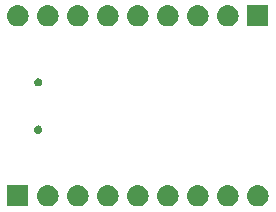
<source format=gbr>
G04 #@! TF.GenerationSoftware,KiCad,Pcbnew,(5.0.2)-1*
G04 #@! TF.CreationDate,2019-10-04T12:42:43+03:00*
G04 #@! TF.ProjectId,Micro-USB-UART,4d696372-6f2d-4555-9342-2d554152542e,rev?*
G04 #@! TF.SameCoordinates,Original*
G04 #@! TF.FileFunction,Soldermask,Bot*
G04 #@! TF.FilePolarity,Negative*
%FSLAX46Y46*%
G04 Gerber Fmt 4.6, Leading zero omitted, Abs format (unit mm)*
G04 Created by KiCad (PCBNEW (5.0.2)-1) date 04.10.2019 12:42:43*
%MOMM*%
%LPD*%
G01*
G04 APERTURE LIST*
%ADD10C,0.100000*%
G04 APERTURE END LIST*
D10*
G36*
X76339000Y-122655900D02*
X74537000Y-122655900D01*
X74537000Y-120853900D01*
X76339000Y-120853900D01*
X76339000Y-122655900D01*
X76339000Y-122655900D01*
G37*
G36*
X78088442Y-120860418D02*
X78154627Y-120866937D01*
X78267853Y-120901284D01*
X78324467Y-120918457D01*
X78463087Y-120992552D01*
X78480991Y-121002122D01*
X78516729Y-121031452D01*
X78618186Y-121114714D01*
X78701448Y-121216171D01*
X78730778Y-121251909D01*
X78730779Y-121251911D01*
X78814443Y-121408433D01*
X78814443Y-121408434D01*
X78865963Y-121578273D01*
X78883359Y-121754900D01*
X78865963Y-121931527D01*
X78831616Y-122044753D01*
X78814443Y-122101367D01*
X78740348Y-122239987D01*
X78730778Y-122257891D01*
X78701448Y-122293629D01*
X78618186Y-122395086D01*
X78516729Y-122478348D01*
X78480991Y-122507678D01*
X78480989Y-122507679D01*
X78324467Y-122591343D01*
X78267853Y-122608516D01*
X78154627Y-122642863D01*
X78088442Y-122649382D01*
X78022260Y-122655900D01*
X77933740Y-122655900D01*
X77867558Y-122649382D01*
X77801373Y-122642863D01*
X77688147Y-122608516D01*
X77631533Y-122591343D01*
X77475011Y-122507679D01*
X77475009Y-122507678D01*
X77439271Y-122478348D01*
X77337814Y-122395086D01*
X77254552Y-122293629D01*
X77225222Y-122257891D01*
X77215652Y-122239987D01*
X77141557Y-122101367D01*
X77124384Y-122044753D01*
X77090037Y-121931527D01*
X77072641Y-121754900D01*
X77090037Y-121578273D01*
X77141557Y-121408434D01*
X77141557Y-121408433D01*
X77225221Y-121251911D01*
X77225222Y-121251909D01*
X77254552Y-121216171D01*
X77337814Y-121114714D01*
X77439271Y-121031452D01*
X77475009Y-121002122D01*
X77492913Y-120992552D01*
X77631533Y-120918457D01*
X77688147Y-120901284D01*
X77801373Y-120866937D01*
X77867558Y-120860418D01*
X77933740Y-120853900D01*
X78022260Y-120853900D01*
X78088442Y-120860418D01*
X78088442Y-120860418D01*
G37*
G36*
X80628442Y-120860418D02*
X80694627Y-120866937D01*
X80807853Y-120901284D01*
X80864467Y-120918457D01*
X81003087Y-120992552D01*
X81020991Y-121002122D01*
X81056729Y-121031452D01*
X81158186Y-121114714D01*
X81241448Y-121216171D01*
X81270778Y-121251909D01*
X81270779Y-121251911D01*
X81354443Y-121408433D01*
X81354443Y-121408434D01*
X81405963Y-121578273D01*
X81423359Y-121754900D01*
X81405963Y-121931527D01*
X81371616Y-122044753D01*
X81354443Y-122101367D01*
X81280348Y-122239987D01*
X81270778Y-122257891D01*
X81241448Y-122293629D01*
X81158186Y-122395086D01*
X81056729Y-122478348D01*
X81020991Y-122507678D01*
X81020989Y-122507679D01*
X80864467Y-122591343D01*
X80807853Y-122608516D01*
X80694627Y-122642863D01*
X80628442Y-122649382D01*
X80562260Y-122655900D01*
X80473740Y-122655900D01*
X80407558Y-122649382D01*
X80341373Y-122642863D01*
X80228147Y-122608516D01*
X80171533Y-122591343D01*
X80015011Y-122507679D01*
X80015009Y-122507678D01*
X79979271Y-122478348D01*
X79877814Y-122395086D01*
X79794552Y-122293629D01*
X79765222Y-122257891D01*
X79755652Y-122239987D01*
X79681557Y-122101367D01*
X79664384Y-122044753D01*
X79630037Y-121931527D01*
X79612641Y-121754900D01*
X79630037Y-121578273D01*
X79681557Y-121408434D01*
X79681557Y-121408433D01*
X79765221Y-121251911D01*
X79765222Y-121251909D01*
X79794552Y-121216171D01*
X79877814Y-121114714D01*
X79979271Y-121031452D01*
X80015009Y-121002122D01*
X80032913Y-120992552D01*
X80171533Y-120918457D01*
X80228147Y-120901284D01*
X80341373Y-120866937D01*
X80407558Y-120860418D01*
X80473740Y-120853900D01*
X80562260Y-120853900D01*
X80628442Y-120860418D01*
X80628442Y-120860418D01*
G37*
G36*
X83168442Y-120860418D02*
X83234627Y-120866937D01*
X83347853Y-120901284D01*
X83404467Y-120918457D01*
X83543087Y-120992552D01*
X83560991Y-121002122D01*
X83596729Y-121031452D01*
X83698186Y-121114714D01*
X83781448Y-121216171D01*
X83810778Y-121251909D01*
X83810779Y-121251911D01*
X83894443Y-121408433D01*
X83894443Y-121408434D01*
X83945963Y-121578273D01*
X83963359Y-121754900D01*
X83945963Y-121931527D01*
X83911616Y-122044753D01*
X83894443Y-122101367D01*
X83820348Y-122239987D01*
X83810778Y-122257891D01*
X83781448Y-122293629D01*
X83698186Y-122395086D01*
X83596729Y-122478348D01*
X83560991Y-122507678D01*
X83560989Y-122507679D01*
X83404467Y-122591343D01*
X83347853Y-122608516D01*
X83234627Y-122642863D01*
X83168442Y-122649382D01*
X83102260Y-122655900D01*
X83013740Y-122655900D01*
X82947558Y-122649382D01*
X82881373Y-122642863D01*
X82768147Y-122608516D01*
X82711533Y-122591343D01*
X82555011Y-122507679D01*
X82555009Y-122507678D01*
X82519271Y-122478348D01*
X82417814Y-122395086D01*
X82334552Y-122293629D01*
X82305222Y-122257891D01*
X82295652Y-122239987D01*
X82221557Y-122101367D01*
X82204384Y-122044753D01*
X82170037Y-121931527D01*
X82152641Y-121754900D01*
X82170037Y-121578273D01*
X82221557Y-121408434D01*
X82221557Y-121408433D01*
X82305221Y-121251911D01*
X82305222Y-121251909D01*
X82334552Y-121216171D01*
X82417814Y-121114714D01*
X82519271Y-121031452D01*
X82555009Y-121002122D01*
X82572913Y-120992552D01*
X82711533Y-120918457D01*
X82768147Y-120901284D01*
X82881373Y-120866937D01*
X82947558Y-120860418D01*
X83013740Y-120853900D01*
X83102260Y-120853900D01*
X83168442Y-120860418D01*
X83168442Y-120860418D01*
G37*
G36*
X85708442Y-120860418D02*
X85774627Y-120866937D01*
X85887853Y-120901284D01*
X85944467Y-120918457D01*
X86083087Y-120992552D01*
X86100991Y-121002122D01*
X86136729Y-121031452D01*
X86238186Y-121114714D01*
X86321448Y-121216171D01*
X86350778Y-121251909D01*
X86350779Y-121251911D01*
X86434443Y-121408433D01*
X86434443Y-121408434D01*
X86485963Y-121578273D01*
X86503359Y-121754900D01*
X86485963Y-121931527D01*
X86451616Y-122044753D01*
X86434443Y-122101367D01*
X86360348Y-122239987D01*
X86350778Y-122257891D01*
X86321448Y-122293629D01*
X86238186Y-122395086D01*
X86136729Y-122478348D01*
X86100991Y-122507678D01*
X86100989Y-122507679D01*
X85944467Y-122591343D01*
X85887853Y-122608516D01*
X85774627Y-122642863D01*
X85708442Y-122649382D01*
X85642260Y-122655900D01*
X85553740Y-122655900D01*
X85487558Y-122649382D01*
X85421373Y-122642863D01*
X85308147Y-122608516D01*
X85251533Y-122591343D01*
X85095011Y-122507679D01*
X85095009Y-122507678D01*
X85059271Y-122478348D01*
X84957814Y-122395086D01*
X84874552Y-122293629D01*
X84845222Y-122257891D01*
X84835652Y-122239987D01*
X84761557Y-122101367D01*
X84744384Y-122044753D01*
X84710037Y-121931527D01*
X84692641Y-121754900D01*
X84710037Y-121578273D01*
X84761557Y-121408434D01*
X84761557Y-121408433D01*
X84845221Y-121251911D01*
X84845222Y-121251909D01*
X84874552Y-121216171D01*
X84957814Y-121114714D01*
X85059271Y-121031452D01*
X85095009Y-121002122D01*
X85112913Y-120992552D01*
X85251533Y-120918457D01*
X85308147Y-120901284D01*
X85421373Y-120866937D01*
X85487558Y-120860418D01*
X85553740Y-120853900D01*
X85642260Y-120853900D01*
X85708442Y-120860418D01*
X85708442Y-120860418D01*
G37*
G36*
X88248442Y-120860418D02*
X88314627Y-120866937D01*
X88427853Y-120901284D01*
X88484467Y-120918457D01*
X88623087Y-120992552D01*
X88640991Y-121002122D01*
X88676729Y-121031452D01*
X88778186Y-121114714D01*
X88861448Y-121216171D01*
X88890778Y-121251909D01*
X88890779Y-121251911D01*
X88974443Y-121408433D01*
X88974443Y-121408434D01*
X89025963Y-121578273D01*
X89043359Y-121754900D01*
X89025963Y-121931527D01*
X88991616Y-122044753D01*
X88974443Y-122101367D01*
X88900348Y-122239987D01*
X88890778Y-122257891D01*
X88861448Y-122293629D01*
X88778186Y-122395086D01*
X88676729Y-122478348D01*
X88640991Y-122507678D01*
X88640989Y-122507679D01*
X88484467Y-122591343D01*
X88427853Y-122608516D01*
X88314627Y-122642863D01*
X88248442Y-122649382D01*
X88182260Y-122655900D01*
X88093740Y-122655900D01*
X88027558Y-122649382D01*
X87961373Y-122642863D01*
X87848147Y-122608516D01*
X87791533Y-122591343D01*
X87635011Y-122507679D01*
X87635009Y-122507678D01*
X87599271Y-122478348D01*
X87497814Y-122395086D01*
X87414552Y-122293629D01*
X87385222Y-122257891D01*
X87375652Y-122239987D01*
X87301557Y-122101367D01*
X87284384Y-122044753D01*
X87250037Y-121931527D01*
X87232641Y-121754900D01*
X87250037Y-121578273D01*
X87301557Y-121408434D01*
X87301557Y-121408433D01*
X87385221Y-121251911D01*
X87385222Y-121251909D01*
X87414552Y-121216171D01*
X87497814Y-121114714D01*
X87599271Y-121031452D01*
X87635009Y-121002122D01*
X87652913Y-120992552D01*
X87791533Y-120918457D01*
X87848147Y-120901284D01*
X87961373Y-120866937D01*
X88027558Y-120860418D01*
X88093740Y-120853900D01*
X88182260Y-120853900D01*
X88248442Y-120860418D01*
X88248442Y-120860418D01*
G37*
G36*
X90788442Y-120860418D02*
X90854627Y-120866937D01*
X90967853Y-120901284D01*
X91024467Y-120918457D01*
X91163087Y-120992552D01*
X91180991Y-121002122D01*
X91216729Y-121031452D01*
X91318186Y-121114714D01*
X91401448Y-121216171D01*
X91430778Y-121251909D01*
X91430779Y-121251911D01*
X91514443Y-121408433D01*
X91514443Y-121408434D01*
X91565963Y-121578273D01*
X91583359Y-121754900D01*
X91565963Y-121931527D01*
X91531616Y-122044753D01*
X91514443Y-122101367D01*
X91440348Y-122239987D01*
X91430778Y-122257891D01*
X91401448Y-122293629D01*
X91318186Y-122395086D01*
X91216729Y-122478348D01*
X91180991Y-122507678D01*
X91180989Y-122507679D01*
X91024467Y-122591343D01*
X90967853Y-122608516D01*
X90854627Y-122642863D01*
X90788442Y-122649382D01*
X90722260Y-122655900D01*
X90633740Y-122655900D01*
X90567558Y-122649382D01*
X90501373Y-122642863D01*
X90388147Y-122608516D01*
X90331533Y-122591343D01*
X90175011Y-122507679D01*
X90175009Y-122507678D01*
X90139271Y-122478348D01*
X90037814Y-122395086D01*
X89954552Y-122293629D01*
X89925222Y-122257891D01*
X89915652Y-122239987D01*
X89841557Y-122101367D01*
X89824384Y-122044753D01*
X89790037Y-121931527D01*
X89772641Y-121754900D01*
X89790037Y-121578273D01*
X89841557Y-121408434D01*
X89841557Y-121408433D01*
X89925221Y-121251911D01*
X89925222Y-121251909D01*
X89954552Y-121216171D01*
X90037814Y-121114714D01*
X90139271Y-121031452D01*
X90175009Y-121002122D01*
X90192913Y-120992552D01*
X90331533Y-120918457D01*
X90388147Y-120901284D01*
X90501373Y-120866937D01*
X90567558Y-120860418D01*
X90633740Y-120853900D01*
X90722260Y-120853900D01*
X90788442Y-120860418D01*
X90788442Y-120860418D01*
G37*
G36*
X95868442Y-120860418D02*
X95934627Y-120866937D01*
X96047853Y-120901284D01*
X96104467Y-120918457D01*
X96243087Y-120992552D01*
X96260991Y-121002122D01*
X96296729Y-121031452D01*
X96398186Y-121114714D01*
X96481448Y-121216171D01*
X96510778Y-121251909D01*
X96510779Y-121251911D01*
X96594443Y-121408433D01*
X96594443Y-121408434D01*
X96645963Y-121578273D01*
X96663359Y-121754900D01*
X96645963Y-121931527D01*
X96611616Y-122044753D01*
X96594443Y-122101367D01*
X96520348Y-122239987D01*
X96510778Y-122257891D01*
X96481448Y-122293629D01*
X96398186Y-122395086D01*
X96296729Y-122478348D01*
X96260991Y-122507678D01*
X96260989Y-122507679D01*
X96104467Y-122591343D01*
X96047853Y-122608516D01*
X95934627Y-122642863D01*
X95868442Y-122649382D01*
X95802260Y-122655900D01*
X95713740Y-122655900D01*
X95647558Y-122649382D01*
X95581373Y-122642863D01*
X95468147Y-122608516D01*
X95411533Y-122591343D01*
X95255011Y-122507679D01*
X95255009Y-122507678D01*
X95219271Y-122478348D01*
X95117814Y-122395086D01*
X95034552Y-122293629D01*
X95005222Y-122257891D01*
X94995652Y-122239987D01*
X94921557Y-122101367D01*
X94904384Y-122044753D01*
X94870037Y-121931527D01*
X94852641Y-121754900D01*
X94870037Y-121578273D01*
X94921557Y-121408434D01*
X94921557Y-121408433D01*
X95005221Y-121251911D01*
X95005222Y-121251909D01*
X95034552Y-121216171D01*
X95117814Y-121114714D01*
X95219271Y-121031452D01*
X95255009Y-121002122D01*
X95272913Y-120992552D01*
X95411533Y-120918457D01*
X95468147Y-120901284D01*
X95581373Y-120866937D01*
X95647558Y-120860418D01*
X95713740Y-120853900D01*
X95802260Y-120853900D01*
X95868442Y-120860418D01*
X95868442Y-120860418D01*
G37*
G36*
X93328442Y-120860418D02*
X93394627Y-120866937D01*
X93507853Y-120901284D01*
X93564467Y-120918457D01*
X93703087Y-120992552D01*
X93720991Y-121002122D01*
X93756729Y-121031452D01*
X93858186Y-121114714D01*
X93941448Y-121216171D01*
X93970778Y-121251909D01*
X93970779Y-121251911D01*
X94054443Y-121408433D01*
X94054443Y-121408434D01*
X94105963Y-121578273D01*
X94123359Y-121754900D01*
X94105963Y-121931527D01*
X94071616Y-122044753D01*
X94054443Y-122101367D01*
X93980348Y-122239987D01*
X93970778Y-122257891D01*
X93941448Y-122293629D01*
X93858186Y-122395086D01*
X93756729Y-122478348D01*
X93720991Y-122507678D01*
X93720989Y-122507679D01*
X93564467Y-122591343D01*
X93507853Y-122608516D01*
X93394627Y-122642863D01*
X93328442Y-122649382D01*
X93262260Y-122655900D01*
X93173740Y-122655900D01*
X93107558Y-122649382D01*
X93041373Y-122642863D01*
X92928147Y-122608516D01*
X92871533Y-122591343D01*
X92715011Y-122507679D01*
X92715009Y-122507678D01*
X92679271Y-122478348D01*
X92577814Y-122395086D01*
X92494552Y-122293629D01*
X92465222Y-122257891D01*
X92455652Y-122239987D01*
X92381557Y-122101367D01*
X92364384Y-122044753D01*
X92330037Y-121931527D01*
X92312641Y-121754900D01*
X92330037Y-121578273D01*
X92381557Y-121408434D01*
X92381557Y-121408433D01*
X92465221Y-121251911D01*
X92465222Y-121251909D01*
X92494552Y-121216171D01*
X92577814Y-121114714D01*
X92679271Y-121031452D01*
X92715009Y-121002122D01*
X92732913Y-120992552D01*
X92871533Y-120918457D01*
X92928147Y-120901284D01*
X93041373Y-120866937D01*
X93107558Y-120860418D01*
X93173740Y-120853900D01*
X93262260Y-120853900D01*
X93328442Y-120860418D01*
X93328442Y-120860418D01*
G37*
G36*
X77260883Y-115816439D02*
X77324761Y-115842898D01*
X77382250Y-115881311D01*
X77431139Y-115930200D01*
X77469552Y-115987689D01*
X77496011Y-116051567D01*
X77509500Y-116119380D01*
X77509500Y-116188520D01*
X77496011Y-116256333D01*
X77469552Y-116320211D01*
X77431139Y-116377700D01*
X77382250Y-116426589D01*
X77324761Y-116465002D01*
X77260883Y-116491461D01*
X77193070Y-116504950D01*
X77123930Y-116504950D01*
X77056117Y-116491461D01*
X76992239Y-116465002D01*
X76934750Y-116426589D01*
X76885861Y-116377700D01*
X76847448Y-116320211D01*
X76820989Y-116256333D01*
X76807500Y-116188520D01*
X76807500Y-116119380D01*
X76820989Y-116051567D01*
X76847448Y-115987689D01*
X76885861Y-115930200D01*
X76934750Y-115881311D01*
X76992239Y-115842898D01*
X77056117Y-115816439D01*
X77123930Y-115802950D01*
X77193070Y-115802950D01*
X77260883Y-115816439D01*
X77260883Y-115816439D01*
G37*
G36*
X77260883Y-111816439D02*
X77324761Y-111842898D01*
X77382250Y-111881311D01*
X77431139Y-111930200D01*
X77469552Y-111987689D01*
X77496011Y-112051567D01*
X77509500Y-112119380D01*
X77509500Y-112188520D01*
X77496011Y-112256333D01*
X77469552Y-112320211D01*
X77431139Y-112377700D01*
X77382250Y-112426589D01*
X77324761Y-112465002D01*
X77260883Y-112491461D01*
X77193070Y-112504950D01*
X77123930Y-112504950D01*
X77056117Y-112491461D01*
X76992239Y-112465002D01*
X76934750Y-112426589D01*
X76885861Y-112377700D01*
X76847448Y-112320211D01*
X76820989Y-112256333D01*
X76807500Y-112188520D01*
X76807500Y-112119380D01*
X76820989Y-112051567D01*
X76847448Y-111987689D01*
X76885861Y-111930200D01*
X76934750Y-111881311D01*
X76992239Y-111842898D01*
X77056117Y-111816439D01*
X77123930Y-111802950D01*
X77193070Y-111802950D01*
X77260883Y-111816439D01*
X77260883Y-111816439D01*
G37*
G36*
X88248442Y-105633118D02*
X88314627Y-105639637D01*
X88427853Y-105673984D01*
X88484467Y-105691157D01*
X88623087Y-105765252D01*
X88640991Y-105774822D01*
X88676729Y-105804152D01*
X88778186Y-105887414D01*
X88861448Y-105988871D01*
X88890778Y-106024609D01*
X88890779Y-106024611D01*
X88974443Y-106181133D01*
X88974443Y-106181134D01*
X89025963Y-106350973D01*
X89043359Y-106527600D01*
X89025963Y-106704227D01*
X88991616Y-106817453D01*
X88974443Y-106874067D01*
X88900348Y-107012687D01*
X88890778Y-107030591D01*
X88861448Y-107066329D01*
X88778186Y-107167786D01*
X88676729Y-107251048D01*
X88640991Y-107280378D01*
X88640989Y-107280379D01*
X88484467Y-107364043D01*
X88427853Y-107381216D01*
X88314627Y-107415563D01*
X88248442Y-107422082D01*
X88182260Y-107428600D01*
X88093740Y-107428600D01*
X88027558Y-107422082D01*
X87961373Y-107415563D01*
X87848147Y-107381216D01*
X87791533Y-107364043D01*
X87635011Y-107280379D01*
X87635009Y-107280378D01*
X87599271Y-107251048D01*
X87497814Y-107167786D01*
X87414552Y-107066329D01*
X87385222Y-107030591D01*
X87375652Y-107012687D01*
X87301557Y-106874067D01*
X87284384Y-106817453D01*
X87250037Y-106704227D01*
X87232641Y-106527600D01*
X87250037Y-106350973D01*
X87301557Y-106181134D01*
X87301557Y-106181133D01*
X87385221Y-106024611D01*
X87385222Y-106024609D01*
X87414552Y-105988871D01*
X87497814Y-105887414D01*
X87599271Y-105804152D01*
X87635009Y-105774822D01*
X87652913Y-105765252D01*
X87791533Y-105691157D01*
X87848147Y-105673984D01*
X87961373Y-105639637D01*
X88027558Y-105633118D01*
X88093740Y-105626600D01*
X88182260Y-105626600D01*
X88248442Y-105633118D01*
X88248442Y-105633118D01*
G37*
G36*
X75548442Y-105633118D02*
X75614627Y-105639637D01*
X75727853Y-105673984D01*
X75784467Y-105691157D01*
X75923087Y-105765252D01*
X75940991Y-105774822D01*
X75976729Y-105804152D01*
X76078186Y-105887414D01*
X76161448Y-105988871D01*
X76190778Y-106024609D01*
X76190779Y-106024611D01*
X76274443Y-106181133D01*
X76274443Y-106181134D01*
X76325963Y-106350973D01*
X76343359Y-106527600D01*
X76325963Y-106704227D01*
X76291616Y-106817453D01*
X76274443Y-106874067D01*
X76200348Y-107012687D01*
X76190778Y-107030591D01*
X76161448Y-107066329D01*
X76078186Y-107167786D01*
X75976729Y-107251048D01*
X75940991Y-107280378D01*
X75940989Y-107280379D01*
X75784467Y-107364043D01*
X75727853Y-107381216D01*
X75614627Y-107415563D01*
X75548442Y-107422082D01*
X75482260Y-107428600D01*
X75393740Y-107428600D01*
X75327558Y-107422082D01*
X75261373Y-107415563D01*
X75148147Y-107381216D01*
X75091533Y-107364043D01*
X74935011Y-107280379D01*
X74935009Y-107280378D01*
X74899271Y-107251048D01*
X74797814Y-107167786D01*
X74714552Y-107066329D01*
X74685222Y-107030591D01*
X74675652Y-107012687D01*
X74601557Y-106874067D01*
X74584384Y-106817453D01*
X74550037Y-106704227D01*
X74532641Y-106527600D01*
X74550037Y-106350973D01*
X74601557Y-106181134D01*
X74601557Y-106181133D01*
X74685221Y-106024611D01*
X74685222Y-106024609D01*
X74714552Y-105988871D01*
X74797814Y-105887414D01*
X74899271Y-105804152D01*
X74935009Y-105774822D01*
X74952913Y-105765252D01*
X75091533Y-105691157D01*
X75148147Y-105673984D01*
X75261373Y-105639637D01*
X75327558Y-105633118D01*
X75393740Y-105626600D01*
X75482260Y-105626600D01*
X75548442Y-105633118D01*
X75548442Y-105633118D01*
G37*
G36*
X78088442Y-105633118D02*
X78154627Y-105639637D01*
X78267853Y-105673984D01*
X78324467Y-105691157D01*
X78463087Y-105765252D01*
X78480991Y-105774822D01*
X78516729Y-105804152D01*
X78618186Y-105887414D01*
X78701448Y-105988871D01*
X78730778Y-106024609D01*
X78730779Y-106024611D01*
X78814443Y-106181133D01*
X78814443Y-106181134D01*
X78865963Y-106350973D01*
X78883359Y-106527600D01*
X78865963Y-106704227D01*
X78831616Y-106817453D01*
X78814443Y-106874067D01*
X78740348Y-107012687D01*
X78730778Y-107030591D01*
X78701448Y-107066329D01*
X78618186Y-107167786D01*
X78516729Y-107251048D01*
X78480991Y-107280378D01*
X78480989Y-107280379D01*
X78324467Y-107364043D01*
X78267853Y-107381216D01*
X78154627Y-107415563D01*
X78088442Y-107422082D01*
X78022260Y-107428600D01*
X77933740Y-107428600D01*
X77867558Y-107422082D01*
X77801373Y-107415563D01*
X77688147Y-107381216D01*
X77631533Y-107364043D01*
X77475011Y-107280379D01*
X77475009Y-107280378D01*
X77439271Y-107251048D01*
X77337814Y-107167786D01*
X77254552Y-107066329D01*
X77225222Y-107030591D01*
X77215652Y-107012687D01*
X77141557Y-106874067D01*
X77124384Y-106817453D01*
X77090037Y-106704227D01*
X77072641Y-106527600D01*
X77090037Y-106350973D01*
X77141557Y-106181134D01*
X77141557Y-106181133D01*
X77225221Y-106024611D01*
X77225222Y-106024609D01*
X77254552Y-105988871D01*
X77337814Y-105887414D01*
X77439271Y-105804152D01*
X77475009Y-105774822D01*
X77492913Y-105765252D01*
X77631533Y-105691157D01*
X77688147Y-105673984D01*
X77801373Y-105639637D01*
X77867558Y-105633118D01*
X77933740Y-105626600D01*
X78022260Y-105626600D01*
X78088442Y-105633118D01*
X78088442Y-105633118D01*
G37*
G36*
X80628442Y-105633118D02*
X80694627Y-105639637D01*
X80807853Y-105673984D01*
X80864467Y-105691157D01*
X81003087Y-105765252D01*
X81020991Y-105774822D01*
X81056729Y-105804152D01*
X81158186Y-105887414D01*
X81241448Y-105988871D01*
X81270778Y-106024609D01*
X81270779Y-106024611D01*
X81354443Y-106181133D01*
X81354443Y-106181134D01*
X81405963Y-106350973D01*
X81423359Y-106527600D01*
X81405963Y-106704227D01*
X81371616Y-106817453D01*
X81354443Y-106874067D01*
X81280348Y-107012687D01*
X81270778Y-107030591D01*
X81241448Y-107066329D01*
X81158186Y-107167786D01*
X81056729Y-107251048D01*
X81020991Y-107280378D01*
X81020989Y-107280379D01*
X80864467Y-107364043D01*
X80807853Y-107381216D01*
X80694627Y-107415563D01*
X80628442Y-107422082D01*
X80562260Y-107428600D01*
X80473740Y-107428600D01*
X80407558Y-107422082D01*
X80341373Y-107415563D01*
X80228147Y-107381216D01*
X80171533Y-107364043D01*
X80015011Y-107280379D01*
X80015009Y-107280378D01*
X79979271Y-107251048D01*
X79877814Y-107167786D01*
X79794552Y-107066329D01*
X79765222Y-107030591D01*
X79755652Y-107012687D01*
X79681557Y-106874067D01*
X79664384Y-106817453D01*
X79630037Y-106704227D01*
X79612641Y-106527600D01*
X79630037Y-106350973D01*
X79681557Y-106181134D01*
X79681557Y-106181133D01*
X79765221Y-106024611D01*
X79765222Y-106024609D01*
X79794552Y-105988871D01*
X79877814Y-105887414D01*
X79979271Y-105804152D01*
X80015009Y-105774822D01*
X80032913Y-105765252D01*
X80171533Y-105691157D01*
X80228147Y-105673984D01*
X80341373Y-105639637D01*
X80407558Y-105633118D01*
X80473740Y-105626600D01*
X80562260Y-105626600D01*
X80628442Y-105633118D01*
X80628442Y-105633118D01*
G37*
G36*
X83168442Y-105633118D02*
X83234627Y-105639637D01*
X83347853Y-105673984D01*
X83404467Y-105691157D01*
X83543087Y-105765252D01*
X83560991Y-105774822D01*
X83596729Y-105804152D01*
X83698186Y-105887414D01*
X83781448Y-105988871D01*
X83810778Y-106024609D01*
X83810779Y-106024611D01*
X83894443Y-106181133D01*
X83894443Y-106181134D01*
X83945963Y-106350973D01*
X83963359Y-106527600D01*
X83945963Y-106704227D01*
X83911616Y-106817453D01*
X83894443Y-106874067D01*
X83820348Y-107012687D01*
X83810778Y-107030591D01*
X83781448Y-107066329D01*
X83698186Y-107167786D01*
X83596729Y-107251048D01*
X83560991Y-107280378D01*
X83560989Y-107280379D01*
X83404467Y-107364043D01*
X83347853Y-107381216D01*
X83234627Y-107415563D01*
X83168442Y-107422082D01*
X83102260Y-107428600D01*
X83013740Y-107428600D01*
X82947558Y-107422082D01*
X82881373Y-107415563D01*
X82768147Y-107381216D01*
X82711533Y-107364043D01*
X82555011Y-107280379D01*
X82555009Y-107280378D01*
X82519271Y-107251048D01*
X82417814Y-107167786D01*
X82334552Y-107066329D01*
X82305222Y-107030591D01*
X82295652Y-107012687D01*
X82221557Y-106874067D01*
X82204384Y-106817453D01*
X82170037Y-106704227D01*
X82152641Y-106527600D01*
X82170037Y-106350973D01*
X82221557Y-106181134D01*
X82221557Y-106181133D01*
X82305221Y-106024611D01*
X82305222Y-106024609D01*
X82334552Y-105988871D01*
X82417814Y-105887414D01*
X82519271Y-105804152D01*
X82555009Y-105774822D01*
X82572913Y-105765252D01*
X82711533Y-105691157D01*
X82768147Y-105673984D01*
X82881373Y-105639637D01*
X82947558Y-105633118D01*
X83013740Y-105626600D01*
X83102260Y-105626600D01*
X83168442Y-105633118D01*
X83168442Y-105633118D01*
G37*
G36*
X85708442Y-105633118D02*
X85774627Y-105639637D01*
X85887853Y-105673984D01*
X85944467Y-105691157D01*
X86083087Y-105765252D01*
X86100991Y-105774822D01*
X86136729Y-105804152D01*
X86238186Y-105887414D01*
X86321448Y-105988871D01*
X86350778Y-106024609D01*
X86350779Y-106024611D01*
X86434443Y-106181133D01*
X86434443Y-106181134D01*
X86485963Y-106350973D01*
X86503359Y-106527600D01*
X86485963Y-106704227D01*
X86451616Y-106817453D01*
X86434443Y-106874067D01*
X86360348Y-107012687D01*
X86350778Y-107030591D01*
X86321448Y-107066329D01*
X86238186Y-107167786D01*
X86136729Y-107251048D01*
X86100991Y-107280378D01*
X86100989Y-107280379D01*
X85944467Y-107364043D01*
X85887853Y-107381216D01*
X85774627Y-107415563D01*
X85708442Y-107422082D01*
X85642260Y-107428600D01*
X85553740Y-107428600D01*
X85487558Y-107422082D01*
X85421373Y-107415563D01*
X85308147Y-107381216D01*
X85251533Y-107364043D01*
X85095011Y-107280379D01*
X85095009Y-107280378D01*
X85059271Y-107251048D01*
X84957814Y-107167786D01*
X84874552Y-107066329D01*
X84845222Y-107030591D01*
X84835652Y-107012687D01*
X84761557Y-106874067D01*
X84744384Y-106817453D01*
X84710037Y-106704227D01*
X84692641Y-106527600D01*
X84710037Y-106350973D01*
X84761557Y-106181134D01*
X84761557Y-106181133D01*
X84845221Y-106024611D01*
X84845222Y-106024609D01*
X84874552Y-105988871D01*
X84957814Y-105887414D01*
X85059271Y-105804152D01*
X85095009Y-105774822D01*
X85112913Y-105765252D01*
X85251533Y-105691157D01*
X85308147Y-105673984D01*
X85421373Y-105639637D01*
X85487558Y-105633118D01*
X85553740Y-105626600D01*
X85642260Y-105626600D01*
X85708442Y-105633118D01*
X85708442Y-105633118D01*
G37*
G36*
X90788442Y-105633118D02*
X90854627Y-105639637D01*
X90967853Y-105673984D01*
X91024467Y-105691157D01*
X91163087Y-105765252D01*
X91180991Y-105774822D01*
X91216729Y-105804152D01*
X91318186Y-105887414D01*
X91401448Y-105988871D01*
X91430778Y-106024609D01*
X91430779Y-106024611D01*
X91514443Y-106181133D01*
X91514443Y-106181134D01*
X91565963Y-106350973D01*
X91583359Y-106527600D01*
X91565963Y-106704227D01*
X91531616Y-106817453D01*
X91514443Y-106874067D01*
X91440348Y-107012687D01*
X91430778Y-107030591D01*
X91401448Y-107066329D01*
X91318186Y-107167786D01*
X91216729Y-107251048D01*
X91180991Y-107280378D01*
X91180989Y-107280379D01*
X91024467Y-107364043D01*
X90967853Y-107381216D01*
X90854627Y-107415563D01*
X90788442Y-107422082D01*
X90722260Y-107428600D01*
X90633740Y-107428600D01*
X90567558Y-107422082D01*
X90501373Y-107415563D01*
X90388147Y-107381216D01*
X90331533Y-107364043D01*
X90175011Y-107280379D01*
X90175009Y-107280378D01*
X90139271Y-107251048D01*
X90037814Y-107167786D01*
X89954552Y-107066329D01*
X89925222Y-107030591D01*
X89915652Y-107012687D01*
X89841557Y-106874067D01*
X89824384Y-106817453D01*
X89790037Y-106704227D01*
X89772641Y-106527600D01*
X89790037Y-106350973D01*
X89841557Y-106181134D01*
X89841557Y-106181133D01*
X89925221Y-106024611D01*
X89925222Y-106024609D01*
X89954552Y-105988871D01*
X90037814Y-105887414D01*
X90139271Y-105804152D01*
X90175009Y-105774822D01*
X90192913Y-105765252D01*
X90331533Y-105691157D01*
X90388147Y-105673984D01*
X90501373Y-105639637D01*
X90567558Y-105633118D01*
X90633740Y-105626600D01*
X90722260Y-105626600D01*
X90788442Y-105633118D01*
X90788442Y-105633118D01*
G37*
G36*
X93328442Y-105633118D02*
X93394627Y-105639637D01*
X93507853Y-105673984D01*
X93564467Y-105691157D01*
X93703087Y-105765252D01*
X93720991Y-105774822D01*
X93756729Y-105804152D01*
X93858186Y-105887414D01*
X93941448Y-105988871D01*
X93970778Y-106024609D01*
X93970779Y-106024611D01*
X94054443Y-106181133D01*
X94054443Y-106181134D01*
X94105963Y-106350973D01*
X94123359Y-106527600D01*
X94105963Y-106704227D01*
X94071616Y-106817453D01*
X94054443Y-106874067D01*
X93980348Y-107012687D01*
X93970778Y-107030591D01*
X93941448Y-107066329D01*
X93858186Y-107167786D01*
X93756729Y-107251048D01*
X93720991Y-107280378D01*
X93720989Y-107280379D01*
X93564467Y-107364043D01*
X93507853Y-107381216D01*
X93394627Y-107415563D01*
X93328442Y-107422082D01*
X93262260Y-107428600D01*
X93173740Y-107428600D01*
X93107558Y-107422082D01*
X93041373Y-107415563D01*
X92928147Y-107381216D01*
X92871533Y-107364043D01*
X92715011Y-107280379D01*
X92715009Y-107280378D01*
X92679271Y-107251048D01*
X92577814Y-107167786D01*
X92494552Y-107066329D01*
X92465222Y-107030591D01*
X92455652Y-107012687D01*
X92381557Y-106874067D01*
X92364384Y-106817453D01*
X92330037Y-106704227D01*
X92312641Y-106527600D01*
X92330037Y-106350973D01*
X92381557Y-106181134D01*
X92381557Y-106181133D01*
X92465221Y-106024611D01*
X92465222Y-106024609D01*
X92494552Y-105988871D01*
X92577814Y-105887414D01*
X92679271Y-105804152D01*
X92715009Y-105774822D01*
X92732913Y-105765252D01*
X92871533Y-105691157D01*
X92928147Y-105673984D01*
X93041373Y-105639637D01*
X93107558Y-105633118D01*
X93173740Y-105626600D01*
X93262260Y-105626600D01*
X93328442Y-105633118D01*
X93328442Y-105633118D01*
G37*
G36*
X96659000Y-107428600D02*
X94857000Y-107428600D01*
X94857000Y-105626600D01*
X96659000Y-105626600D01*
X96659000Y-107428600D01*
X96659000Y-107428600D01*
G37*
M02*

</source>
